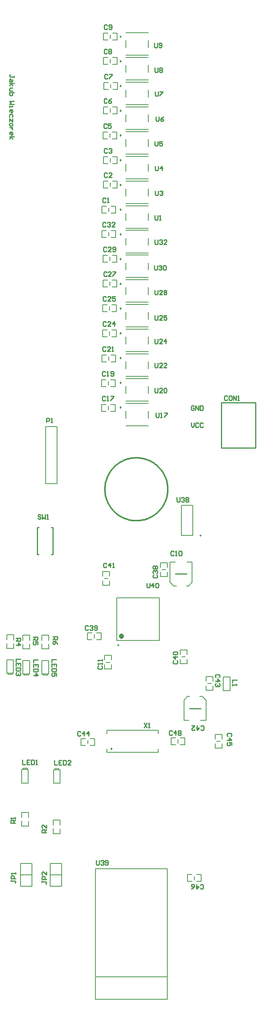
<source format=gto>
G04*
G04 #@! TF.GenerationSoftware,Altium Limited,Altium Designer,18.0.12 (696)*
G04*
G04 Layer_Color=65535*
%FSLAX25Y25*%
%MOIN*%
G70*
G01*
G75*
%ADD10C,0.00984*%
%ADD11C,0.02362*%
%ADD12C,0.01181*%
%ADD13C,0.01000*%
%ADD14C,0.00800*%
%ADD15C,0.00600*%
%ADD16C,0.00787*%
D10*
X1331004Y1063189D02*
X1330266Y1063615D01*
Y1062763D01*
X1331004Y1063189D01*
X1258957Y967126D02*
X1258218Y967552D01*
Y966700D01*
X1258957Y967126D01*
X1252858Y876370D02*
X1252120Y876796D01*
Y875944D01*
X1252858Y876370D01*
X1260925Y1326968D02*
X1260187Y1327395D01*
Y1326542D01*
X1260925Y1326968D01*
Y1305315D02*
X1260187Y1305741D01*
Y1304889D01*
X1260925Y1305315D01*
Y1283661D02*
X1260187Y1284088D01*
Y1283235D01*
X1260925Y1283661D01*
Y1262008D02*
X1260187Y1262434D01*
Y1261582D01*
X1260925Y1262008D01*
Y1240354D02*
X1260187Y1240781D01*
Y1239928D01*
X1260925Y1240354D01*
Y1218701D02*
X1260187Y1219127D01*
Y1218275D01*
X1260925Y1218701D01*
Y1197047D02*
X1260187Y1197473D01*
Y1196621D01*
X1260925Y1197047D01*
Y1175394D02*
X1260187Y1175820D01*
Y1174967D01*
X1260925Y1175394D01*
Y1348622D02*
X1260187Y1349048D01*
Y1348196D01*
X1260925Y1348622D01*
Y1500197D02*
X1260187Y1500623D01*
Y1499771D01*
X1260925Y1500197D01*
Y1478543D02*
X1260187Y1478969D01*
Y1478117D01*
X1260925Y1478543D01*
Y1456890D02*
X1260187Y1457316D01*
Y1456464D01*
X1260925Y1456890D01*
Y1435236D02*
X1260187Y1435662D01*
Y1434810D01*
X1260925Y1435236D01*
Y1413583D02*
X1260187Y1414009D01*
Y1413157D01*
X1260925Y1413583D01*
Y1391929D02*
X1260187Y1392355D01*
Y1391503D01*
X1260925Y1391929D01*
Y1370276D02*
X1260187Y1370702D01*
Y1369849D01*
X1260925Y1370276D01*
D11*
X1262402Y975000D02*
X1261957Y975923D01*
X1260958Y976151D01*
X1260156Y975513D01*
Y974488D01*
X1260958Y973849D01*
X1261957Y974077D01*
X1262402Y975000D01*
D12*
X1301968Y1103543D02*
X1301950Y1104544D01*
X1301896Y1105543D01*
X1301805Y1106540D01*
X1301678Y1107533D01*
X1301515Y1108520D01*
X1301317Y1109501D01*
X1301083Y1110474D01*
X1300813Y1111438D01*
X1300509Y1112392D01*
X1300171Y1113334D01*
X1299798Y1114263D01*
X1299392Y1115178D01*
X1298953Y1116077D01*
X1298482Y1116960D01*
X1297979Y1117825D01*
X1297445Y1118672D01*
X1296880Y1119498D01*
X1296286Y1120304D01*
X1295663Y1121087D01*
X1295012Y1121847D01*
X1294334Y1122583D01*
X1293629Y1123294D01*
X1292900Y1123979D01*
X1292145Y1124637D01*
X1291368Y1125267D01*
X1290568Y1125868D01*
X1289746Y1126440D01*
X1288905Y1126982D01*
X1288044Y1127493D01*
X1287166Y1127972D01*
X1286270Y1128419D01*
X1285359Y1128834D01*
X1284433Y1129215D01*
X1283495Y1129562D01*
X1282544Y1129875D01*
X1281583Y1130153D01*
X1280612Y1130395D01*
X1279632Y1130603D01*
X1278646Y1130775D01*
X1277655Y1130911D01*
X1276659Y1131010D01*
X1275660Y1131074D01*
X1274660Y1131101D01*
X1273659Y1131092D01*
X1272659Y1131047D01*
X1271661Y1130965D01*
X1270668Y1130847D01*
X1269679Y1130693D01*
X1268696Y1130504D01*
X1267721Y1130278D01*
X1266754Y1130018D01*
X1265798Y1129722D01*
X1264853Y1129393D01*
X1263921Y1129028D01*
X1263002Y1128631D01*
X1262099Y1128200D01*
X1261212Y1127737D01*
X1260342Y1127242D01*
X1259491Y1126715D01*
X1258659Y1126158D01*
X1257848Y1125571D01*
X1257059Y1124955D01*
X1256293Y1124311D01*
X1255551Y1123640D01*
X1254834Y1122942D01*
X1254142Y1122218D01*
X1253478Y1121470D01*
X1252841Y1120698D01*
X1252232Y1119904D01*
X1251653Y1119088D01*
X1251103Y1118251D01*
X1250584Y1117395D01*
X1250097Y1116521D01*
X1249642Y1115629D01*
X1249220Y1114722D01*
X1248830Y1113800D01*
X1248475Y1112864D01*
X1248153Y1111917D01*
X1247867Y1110958D01*
X1247615Y1109989D01*
X1247398Y1109012D01*
X1247218Y1108027D01*
X1247073Y1107037D01*
X1246964Y1106042D01*
X1246891Y1105044D01*
X1246855Y1104044D01*
X1246855Y1103043D01*
X1246891Y1102043D01*
X1246964Y1101044D01*
X1247073Y1100050D01*
X1247218Y1099059D01*
X1247398Y1098075D01*
X1247615Y1097098D01*
X1247867Y1096129D01*
X1248153Y1095170D01*
X1248475Y1094222D01*
X1248830Y1093287D01*
X1249219Y1092365D01*
X1249642Y1091457D01*
X1250097Y1090566D01*
X1250584Y1089692D01*
X1251103Y1088836D01*
X1251652Y1087999D01*
X1252232Y1087183D01*
X1252841Y1086389D01*
X1253478Y1085617D01*
X1254142Y1084869D01*
X1254834Y1084145D01*
X1255551Y1083447D01*
X1256293Y1082775D01*
X1257059Y1082131D01*
X1257848Y1081515D01*
X1258659Y1080929D01*
X1259491Y1080372D01*
X1260342Y1079845D01*
X1261212Y1079350D01*
X1262099Y1078887D01*
X1263002Y1078456D01*
X1263921Y1078058D01*
X1264853Y1077694D01*
X1265798Y1077364D01*
X1266754Y1077069D01*
X1267721Y1076808D01*
X1268696Y1076583D01*
X1269678Y1076393D01*
X1270667Y1076239D01*
X1271661Y1076122D01*
X1272659Y1076040D01*
X1273659Y1075994D01*
X1274660Y1075985D01*
X1275660Y1076013D01*
X1276659Y1076076D01*
X1277655Y1076176D01*
X1278646Y1076312D01*
X1279632Y1076484D01*
X1280611Y1076691D01*
X1281582Y1076934D01*
X1282544Y1077212D01*
X1283495Y1077525D01*
X1284433Y1077872D01*
X1285359Y1078253D01*
X1286270Y1078667D01*
X1287166Y1079114D01*
X1288044Y1079593D01*
X1288905Y1080104D01*
X1289746Y1080646D01*
X1290568Y1081218D01*
X1291368Y1081820D01*
X1292145Y1082450D01*
X1292900Y1083108D01*
X1293629Y1083792D01*
X1294334Y1084503D01*
X1295012Y1085239D01*
X1295663Y1086000D01*
X1296286Y1086783D01*
X1296880Y1087588D01*
X1297445Y1088415D01*
X1297979Y1089261D01*
X1298482Y1090126D01*
X1298953Y1091009D01*
X1299392Y1091909D01*
X1299798Y1092824D01*
X1300171Y1093753D01*
X1300509Y1094695D01*
X1300813Y1095648D01*
X1301083Y1096612D01*
X1301317Y1097585D01*
X1301515Y1098566D01*
X1301678Y1099554D01*
X1301805Y1100546D01*
X1301896Y1101543D01*
X1301950Y1102543D01*
X1301968Y1103543D01*
D13*
X1378740Y1139772D02*
Y1179528D01*
X1348819Y1139772D02*
X1378740D01*
X1348819D02*
Y1179528D01*
X1378740D01*
X1308457Y1029528D02*
X1318457D01*
X1320913Y911417D02*
X1330913D01*
X1187598Y1046457D02*
Y1070079D01*
X1188976D01*
X1187598Y1046457D02*
X1188976D01*
X1201378D02*
Y1070079D01*
X1200000Y1046457D02*
X1201378D01*
X1200000Y1070079D02*
X1201378D01*
X1167322Y1464305D02*
Y1465617D01*
Y1464961D01*
X1164042D01*
X1163386Y1465617D01*
Y1466273D01*
X1164042Y1466929D01*
X1166010Y1462337D02*
Y1461026D01*
X1165354Y1460370D01*
X1163386D01*
Y1462337D01*
X1164042Y1462993D01*
X1164698Y1462337D01*
Y1460370D01*
X1163386Y1459058D02*
X1167322D01*
X1164698D02*
X1166010Y1457090D01*
X1164698Y1459058D02*
X1163386Y1457090D01*
X1166010Y1455122D02*
X1164042D01*
X1163386Y1454466D01*
Y1452498D01*
X1166010D01*
X1167322Y1451186D02*
X1163386D01*
Y1449218D01*
X1164042Y1448562D01*
X1164698D01*
X1165354D01*
X1166010Y1449218D01*
Y1451186D01*
X1167322Y1443315D02*
X1163386D01*
X1164698Y1442003D01*
X1163386Y1440691D01*
X1167322D01*
X1163386Y1439379D02*
Y1438067D01*
Y1438723D01*
X1166010D01*
Y1439379D01*
X1163386Y1434131D02*
Y1435443D01*
X1164042Y1436099D01*
X1165354D01*
X1166010Y1435443D01*
Y1434131D01*
X1165354Y1433475D01*
X1164698D01*
Y1436099D01*
X1166010Y1429540D02*
Y1431508D01*
X1165354Y1432164D01*
X1164042D01*
X1163386Y1431508D01*
Y1429540D01*
X1166010Y1428228D02*
Y1425604D01*
X1163386Y1428228D01*
Y1425604D01*
Y1423636D02*
Y1422324D01*
X1164042Y1421668D01*
X1165354D01*
X1166010Y1422324D01*
Y1423636D01*
X1165354Y1424292D01*
X1164042D01*
X1163386Y1423636D01*
X1166010Y1420356D02*
X1163386D01*
X1164698D01*
X1165354Y1419700D01*
X1166010Y1419044D01*
Y1418388D01*
X1163386Y1414453D02*
Y1415765D01*
X1164042Y1416421D01*
X1165354D01*
X1166010Y1415765D01*
Y1414453D01*
X1165354Y1413797D01*
X1164698D01*
Y1416421D01*
X1163386Y1412485D02*
X1167322D01*
X1164698D02*
X1166010Y1410517D01*
X1164698Y1412485D02*
X1163386Y1410517D01*
X1322441Y1161810D02*
Y1159186D01*
X1323753Y1157874D01*
X1325065Y1159186D01*
Y1161810D01*
X1329000Y1161154D02*
X1328345Y1161810D01*
X1327033D01*
X1326377Y1161154D01*
Y1158530D01*
X1327033Y1157874D01*
X1328345D01*
X1329000Y1158530D01*
X1332936Y1161154D02*
X1332280Y1161810D01*
X1330968D01*
X1330312Y1161154D01*
Y1158530D01*
X1330968Y1157874D01*
X1332280D01*
X1332936Y1158530D01*
X1325065Y1176114D02*
X1324409Y1176770D01*
X1323097D01*
X1322441Y1176114D01*
Y1173491D01*
X1323097Y1172835D01*
X1324409D01*
X1325065Y1173491D01*
Y1174802D01*
X1323753D01*
X1326377Y1172835D02*
Y1176770D01*
X1329000Y1172835D01*
Y1176770D01*
X1330312D02*
Y1172835D01*
X1332280D01*
X1332936Y1173491D01*
Y1176114D01*
X1332280Y1176770D01*
X1330312D01*
X1354199Y1184776D02*
X1353543Y1185432D01*
X1352231D01*
X1351575Y1184776D01*
Y1182152D01*
X1352231Y1181496D01*
X1353543D01*
X1354199Y1182152D01*
X1357478Y1185432D02*
X1356166D01*
X1355511Y1184776D01*
Y1182152D01*
X1356166Y1181496D01*
X1357478D01*
X1358134Y1182152D01*
Y1184776D01*
X1357478Y1185432D01*
X1359446Y1181496D02*
Y1185432D01*
X1362070Y1181496D01*
Y1185432D01*
X1363382Y1181496D02*
X1364694D01*
X1364038D01*
Y1185432D01*
X1363382Y1184776D01*
X1201181Y974409D02*
X1205117D01*
Y972442D01*
X1204461Y971786D01*
X1203149D01*
X1202493Y972442D01*
Y974409D01*
Y973098D02*
X1201181Y971786D01*
X1205117Y967850D02*
X1204461Y969162D01*
X1203149Y970474D01*
X1201837D01*
X1201181Y969818D01*
Y968506D01*
X1201837Y967850D01*
X1202493D01*
X1203149Y968506D01*
Y970474D01*
X1183858Y973976D02*
X1187794D01*
Y972009D01*
X1187138Y971352D01*
X1185826D01*
X1185170Y972009D01*
Y973976D01*
Y972665D02*
X1183858Y971352D01*
X1187794Y967417D02*
Y970041D01*
X1185826D01*
X1186482Y968729D01*
Y968073D01*
X1185826Y967417D01*
X1184514D01*
X1183858Y968073D01*
Y969385D01*
X1184514Y970041D01*
X1168898Y973189D02*
X1172833D01*
Y971221D01*
X1172177Y970565D01*
X1170866D01*
X1170210Y971221D01*
Y973189D01*
Y971877D02*
X1168898Y970565D01*
Y967285D02*
X1172833D01*
X1170866Y969253D01*
Y966629D01*
X1204329Y954331D02*
X1200394D01*
Y951707D01*
X1204329Y947771D02*
Y950395D01*
X1200394D01*
Y947771D01*
X1202362Y950395D02*
Y949083D01*
X1204329Y946459D02*
X1200394D01*
Y944491D01*
X1201050Y943835D01*
X1203673D01*
X1204329Y944491D01*
Y946459D01*
Y939900D02*
Y942523D01*
X1202362D01*
X1203018Y941212D01*
Y940556D01*
X1202362Y939900D01*
X1201050D01*
X1200394Y940556D01*
Y941868D01*
X1201050Y942523D01*
X1188188Y954134D02*
X1184252D01*
Y951510D01*
X1188188Y947574D02*
Y950198D01*
X1184252D01*
Y947574D01*
X1186220Y950198D02*
Y948886D01*
X1188188Y946262D02*
X1184252D01*
Y944294D01*
X1184908Y943639D01*
X1187532D01*
X1188188Y944294D01*
Y946262D01*
X1184252Y940359D02*
X1188188D01*
X1186220Y942327D01*
Y939703D01*
X1172833Y954921D02*
X1168898D01*
Y952297D01*
X1172833Y948362D02*
Y950986D01*
X1168898D01*
Y948362D01*
X1170866Y950986D02*
Y949674D01*
X1172833Y947050D02*
X1168898D01*
Y945082D01*
X1169554Y944426D01*
X1172177D01*
X1172833Y945082D01*
Y947050D01*
X1172177Y943114D02*
X1172833Y942458D01*
Y941146D01*
X1172177Y940490D01*
X1171521D01*
X1170866Y941146D01*
Y941802D01*
Y941146D01*
X1170210Y940490D01*
X1169554D01*
X1168898Y941146D01*
Y942458D01*
X1169554Y943114D01*
X1241208Y948687D02*
X1240553Y948031D01*
Y946719D01*
X1241208Y946063D01*
X1243832D01*
X1244488Y946719D01*
Y948031D01*
X1243832Y948687D01*
X1244488Y949999D02*
Y951311D01*
Y950655D01*
X1240553D01*
X1241208Y949999D01*
X1244488Y953279D02*
Y954590D01*
Y953934D01*
X1240553D01*
X1241208Y953279D01*
X1307124Y1048780D02*
X1306468Y1049436D01*
X1305156D01*
X1304500Y1048780D01*
Y1046156D01*
X1305156Y1045500D01*
X1306468D01*
X1307124Y1046156D01*
X1308436Y1045500D02*
X1309748D01*
X1309092D01*
Y1049436D01*
X1308436Y1048780D01*
X1311716D02*
X1312372Y1049436D01*
X1313683D01*
X1314339Y1048780D01*
Y1046156D01*
X1313683Y1045500D01*
X1312372D01*
X1311716Y1046156D01*
Y1048780D01*
X1283465Y1021259D02*
Y1017979D01*
X1284120Y1017323D01*
X1285432D01*
X1286088Y1017979D01*
Y1021259D01*
X1289368Y1017323D02*
Y1021259D01*
X1287400Y1019291D01*
X1290024D01*
X1291336Y1020603D02*
X1291992Y1021259D01*
X1293304D01*
X1293960Y1020603D01*
Y1017979D01*
X1293304Y1017323D01*
X1291992D01*
X1291336Y1017979D01*
Y1020603D01*
X1362597Y936614D02*
X1358661D01*
Y933990D01*
Y932678D02*
Y931367D01*
Y932022D01*
X1362597D01*
X1361941Y932678D01*
X1281102Y898818D02*
X1283726Y894882D01*
Y898818D02*
X1281102Y894882D01*
X1285038D02*
X1286350D01*
X1285694D01*
Y898818D01*
X1285038Y898162D01*
X1239200Y778436D02*
Y775156D01*
X1239856Y774500D01*
X1241168D01*
X1241824Y775156D01*
Y778436D01*
X1243136Y777780D02*
X1243792Y778436D01*
X1245104D01*
X1245759Y777780D01*
Y777124D01*
X1245104Y776468D01*
X1244448D01*
X1245104D01*
X1245759Y775812D01*
Y775156D01*
X1245104Y774500D01*
X1243792D01*
X1243136Y775156D01*
X1247071D02*
X1247727Y774500D01*
X1249039D01*
X1249695Y775156D01*
Y777780D01*
X1249039Y778436D01*
X1247727D01*
X1247071Y777780D01*
Y777124D01*
X1247727Y776468D01*
X1249695D01*
X1309842Y1096455D02*
Y1093176D01*
X1310499Y1092520D01*
X1311810D01*
X1312466Y1093176D01*
Y1096455D01*
X1313778Y1095800D02*
X1314434Y1096455D01*
X1315746D01*
X1316402Y1095800D01*
Y1095144D01*
X1315746Y1094488D01*
X1315090D01*
X1315746D01*
X1316402Y1093832D01*
Y1093176D01*
X1315746Y1092520D01*
X1314434D01*
X1313778Y1093176D01*
X1317714Y1095800D02*
X1318370Y1096455D01*
X1319682D01*
X1320338Y1095800D01*
Y1095144D01*
X1319682Y1094488D01*
X1320338Y1093832D01*
Y1093176D01*
X1319682Y1092520D01*
X1318370D01*
X1317714Y1093176D01*
Y1093832D01*
X1318370Y1094488D01*
X1317714Y1095144D01*
Y1095800D01*
X1318370Y1094488D02*
X1319682D01*
X1290551Y1322046D02*
Y1318766D01*
X1291207Y1318110D01*
X1292519D01*
X1293175Y1318766D01*
Y1322046D01*
X1294487Y1321390D02*
X1295143Y1322046D01*
X1296455D01*
X1297111Y1321390D01*
Y1320734D01*
X1296455Y1320078D01*
X1295799D01*
X1296455D01*
X1297111Y1319422D01*
Y1318766D01*
X1296455Y1318110D01*
X1295143D01*
X1294487Y1318766D01*
X1301046Y1318110D02*
X1298423D01*
X1301046Y1320734D01*
Y1321390D01*
X1300391Y1322046D01*
X1299079D01*
X1298423Y1321390D01*
X1290158Y1299605D02*
Y1296325D01*
X1290813Y1295669D01*
X1292125D01*
X1292781Y1296325D01*
Y1299605D01*
X1294093Y1298949D02*
X1294749Y1299605D01*
X1296061D01*
X1296717Y1298949D01*
Y1298293D01*
X1296061Y1297637D01*
X1295405D01*
X1296061D01*
X1296717Y1296981D01*
Y1296325D01*
X1296061Y1295669D01*
X1294749D01*
X1294093Y1296325D01*
X1298029Y1298949D02*
X1298685Y1299605D01*
X1299997D01*
X1300653Y1298949D01*
Y1296325D01*
X1299997Y1295669D01*
X1298685D01*
X1298029Y1296325D01*
Y1298949D01*
X1290551Y1277952D02*
Y1274672D01*
X1291207Y1274016D01*
X1292519D01*
X1293175Y1274672D01*
Y1277952D01*
X1297111Y1274016D02*
X1294487D01*
X1297111Y1276640D01*
Y1277295D01*
X1296455Y1277952D01*
X1295143D01*
X1294487Y1277295D01*
X1298423D02*
X1299079Y1277952D01*
X1300391D01*
X1301046Y1277295D01*
Y1276640D01*
X1300391Y1275984D01*
X1301046Y1275328D01*
Y1274672D01*
X1300391Y1274016D01*
X1299079D01*
X1298423Y1274672D01*
Y1275328D01*
X1299079Y1275984D01*
X1298423Y1276640D01*
Y1277295D01*
X1299079Y1275984D02*
X1300391D01*
X1290551Y1255904D02*
Y1252625D01*
X1291207Y1251968D01*
X1292519D01*
X1293175Y1252625D01*
Y1255904D01*
X1297111Y1251968D02*
X1294487D01*
X1297111Y1254592D01*
Y1255248D01*
X1296455Y1255904D01*
X1295143D01*
X1294487Y1255248D01*
X1301046Y1255904D02*
X1298423D01*
Y1253936D01*
X1299734Y1254592D01*
X1300391D01*
X1301046Y1253936D01*
Y1252625D01*
X1300391Y1251968D01*
X1299079D01*
X1298423Y1252625D01*
X1290551Y1235038D02*
Y1231758D01*
X1291207Y1231102D01*
X1292519D01*
X1293175Y1231758D01*
Y1235038D01*
X1297111Y1231102D02*
X1294487D01*
X1297111Y1233726D01*
Y1234382D01*
X1296455Y1235038D01*
X1295143D01*
X1294487Y1234382D01*
X1300391Y1231102D02*
Y1235038D01*
X1298423Y1233070D01*
X1301046D01*
X1290551Y1214172D02*
Y1210892D01*
X1291207Y1210236D01*
X1292519D01*
X1293175Y1210892D01*
Y1214172D01*
X1297111Y1210236D02*
X1294487D01*
X1297111Y1212860D01*
Y1213516D01*
X1296455Y1214172D01*
X1295143D01*
X1294487Y1213516D01*
X1301046Y1210236D02*
X1298423D01*
X1301046Y1212860D01*
Y1213516D01*
X1300391Y1214172D01*
X1299079D01*
X1298423Y1213516D01*
X1290551Y1192125D02*
Y1188845D01*
X1291207Y1188189D01*
X1292519D01*
X1293175Y1188845D01*
Y1192125D01*
X1297111Y1188189D02*
X1294487D01*
X1297111Y1190813D01*
Y1191469D01*
X1296455Y1192125D01*
X1295143D01*
X1294487Y1191469D01*
X1298423D02*
X1299079Y1192125D01*
X1300391D01*
X1301046Y1191469D01*
Y1188845D01*
X1300391Y1188189D01*
X1299079D01*
X1298423Y1188845D01*
Y1191469D01*
X1291732Y1170471D02*
Y1167191D01*
X1292388Y1166535D01*
X1293700D01*
X1294356Y1167191D01*
Y1170471D01*
X1295668Y1166535D02*
X1296980D01*
X1296324D01*
Y1170471D01*
X1295668Y1169815D01*
X1298948Y1170471D02*
X1301572D01*
Y1169815D01*
X1298948Y1167191D01*
Y1166535D01*
X1290158Y1494487D02*
Y1491207D01*
X1290813Y1490551D01*
X1292125D01*
X1292781Y1491207D01*
Y1494487D01*
X1294093Y1491207D02*
X1294749Y1490551D01*
X1296061D01*
X1296717Y1491207D01*
Y1493831D01*
X1296061Y1494487D01*
X1294749D01*
X1294093Y1493831D01*
Y1493175D01*
X1294749Y1492519D01*
X1296717D01*
X1290551Y1472833D02*
Y1469554D01*
X1291207Y1468898D01*
X1292519D01*
X1293175Y1469554D01*
Y1472833D01*
X1294487Y1472177D02*
X1295143Y1472833D01*
X1296455D01*
X1297111Y1472177D01*
Y1471521D01*
X1296455Y1470866D01*
X1297111Y1470210D01*
Y1469554D01*
X1296455Y1468898D01*
X1295143D01*
X1294487Y1469554D01*
Y1470210D01*
X1295143Y1470866D01*
X1294487Y1471521D01*
Y1472177D01*
X1295143Y1470866D02*
X1296455D01*
X1290945Y1451967D02*
Y1448687D01*
X1291601Y1448032D01*
X1292913D01*
X1293569Y1448687D01*
Y1451967D01*
X1294881D02*
X1297504D01*
Y1451311D01*
X1294881Y1448687D01*
Y1448032D01*
X1291732Y1429920D02*
Y1426640D01*
X1292388Y1425984D01*
X1293700D01*
X1294356Y1426640D01*
Y1429920D01*
X1298292D02*
X1296980Y1429264D01*
X1295668Y1427952D01*
Y1426640D01*
X1296324Y1425984D01*
X1297636D01*
X1298292Y1426640D01*
Y1427296D01*
X1297636Y1427952D01*
X1295668D01*
X1290551Y1408266D02*
Y1404987D01*
X1291207Y1404331D01*
X1292519D01*
X1293175Y1404987D01*
Y1408266D01*
X1297111D02*
X1294487D01*
Y1406299D01*
X1295799Y1406954D01*
X1296455D01*
X1297111Y1406299D01*
Y1404987D01*
X1296455Y1404331D01*
X1295143D01*
X1294487Y1404987D01*
X1290945Y1386613D02*
Y1383333D01*
X1291601Y1382677D01*
X1292913D01*
X1293569Y1383333D01*
Y1386613D01*
X1296848Y1382677D02*
Y1386613D01*
X1294881Y1384645D01*
X1297504D01*
X1290945Y1364959D02*
Y1361680D01*
X1291601Y1361024D01*
X1292913D01*
X1293569Y1361680D01*
Y1364959D01*
X1294881Y1364303D02*
X1295537Y1364959D01*
X1296848D01*
X1297504Y1364303D01*
Y1363647D01*
X1296848Y1362992D01*
X1296192D01*
X1296848D01*
X1297504Y1362335D01*
Y1361680D01*
X1296848Y1361024D01*
X1295537D01*
X1294881Y1361680D01*
X1290551Y1343306D02*
Y1340026D01*
X1291207Y1339370D01*
X1292519D01*
X1293175Y1340026D01*
Y1343306D01*
X1294487Y1339370D02*
X1295799D01*
X1295143D01*
Y1343306D01*
X1294487Y1342650D01*
X1190724Y1080680D02*
X1190068Y1081336D01*
X1188756D01*
X1188100Y1080680D01*
Y1080024D01*
X1188756Y1079368D01*
X1190068D01*
X1190724Y1078712D01*
Y1078056D01*
X1190068Y1077400D01*
X1188756D01*
X1188100Y1078056D01*
X1192036Y1081336D02*
Y1077400D01*
X1193348Y1078712D01*
X1194660Y1077400D01*
Y1081336D01*
X1195971Y1077400D02*
X1197283D01*
X1196627D01*
Y1081336D01*
X1195971Y1080680D01*
X1195669Y802756D02*
X1191734D01*
Y804724D01*
X1192389Y805380D01*
X1193701D01*
X1194357Y804724D01*
Y802756D01*
Y804068D02*
X1195669Y805380D01*
Y809315D02*
Y806692D01*
X1193046Y809315D01*
X1192389D01*
X1191734Y808659D01*
Y807348D01*
X1192389Y806692D01*
X1168110Y811024D02*
X1164174D01*
Y812992D01*
X1164830Y813647D01*
X1166142D01*
X1166798Y812992D01*
Y811024D01*
Y812335D02*
X1168110Y813647D01*
Y814959D02*
Y816271D01*
Y815615D01*
X1164174D01*
X1164830Y814959D01*
X1195600Y1162000D02*
Y1165936D01*
X1197568D01*
X1198224Y1165280D01*
Y1163968D01*
X1197568Y1163312D01*
X1195600D01*
X1199536Y1162000D02*
X1200848D01*
X1200192D01*
Y1165936D01*
X1199536Y1165280D01*
X1202500Y866136D02*
Y862200D01*
X1205124D01*
X1209060Y866136D02*
X1206436D01*
Y862200D01*
X1209060D01*
X1206436Y864168D02*
X1207748D01*
X1210371Y866136D02*
Y862200D01*
X1212339D01*
X1212995Y862856D01*
Y865480D01*
X1212339Y866136D01*
X1210371D01*
X1216931Y862200D02*
X1214307D01*
X1216931Y864824D01*
Y865480D01*
X1216275Y866136D01*
X1214963D01*
X1214307Y865480D01*
X1174500Y866336D02*
Y862400D01*
X1177124D01*
X1181059Y866336D02*
X1178436D01*
Y862400D01*
X1181059D01*
X1178436Y864368D02*
X1179748D01*
X1182372Y866336D02*
Y862400D01*
X1184339D01*
X1184995Y863056D01*
Y865680D01*
X1184339Y866336D01*
X1182372D01*
X1186307Y862400D02*
X1187619D01*
X1186963D01*
Y866336D01*
X1186307Y865680D01*
X1191734Y760498D02*
Y759186D01*
Y759842D01*
X1195013D01*
X1195669Y759186D01*
Y758530D01*
X1195013Y757874D01*
X1195669Y761810D02*
X1191734D01*
Y763778D01*
X1192389Y764434D01*
X1193701D01*
X1194357Y763778D01*
Y761810D01*
X1195669Y768369D02*
Y765745D01*
X1193046Y768369D01*
X1192389D01*
X1191734Y767713D01*
Y766401D01*
X1192389Y765745D01*
X1164568Y761285D02*
Y759973D01*
Y760629D01*
X1167848D01*
X1168504Y759973D01*
Y759317D01*
X1167848Y758661D01*
X1168504Y762597D02*
X1164568D01*
Y764565D01*
X1165224Y765221D01*
X1166536D01*
X1167192Y764565D01*
Y762597D01*
X1168504Y766533D02*
Y767845D01*
Y767189D01*
X1164568D01*
X1165224Y766533D01*
X1225459Y890681D02*
X1224802Y891337D01*
X1223491D01*
X1222835Y890681D01*
Y888058D01*
X1223491Y887402D01*
X1224802D01*
X1225459Y888058D01*
X1228738Y887402D02*
Y891337D01*
X1226770Y889369D01*
X1229394D01*
X1232674Y887402D02*
Y891337D01*
X1230706Y889369D01*
X1233330D01*
X1305773Y891469D02*
X1305118Y892125D01*
X1303806D01*
X1303150Y891469D01*
Y888845D01*
X1303806Y888189D01*
X1305118D01*
X1305773Y888845D01*
X1309053Y888189D02*
Y892125D01*
X1307085Y890157D01*
X1309709D01*
X1311021Y891469D02*
X1311677Y892125D01*
X1312989D01*
X1313645Y891469D01*
Y890813D01*
X1312989Y890157D01*
X1313645Y889501D01*
Y888845D01*
X1312989Y888189D01*
X1311677D01*
X1311021Y888845D01*
Y889501D01*
X1311677Y890157D01*
X1311021Y890813D01*
Y891469D01*
X1311677Y890157D02*
X1312989D01*
X1330447Y754201D02*
X1331103Y753545D01*
X1332415D01*
X1333071Y754201D01*
Y756824D01*
X1332415Y757480D01*
X1331103D01*
X1330447Y756824D01*
X1327167Y757480D02*
Y753545D01*
X1329135Y755513D01*
X1326511D01*
X1322576Y753545D02*
X1323888Y754201D01*
X1325199Y755513D01*
Y756824D01*
X1324543Y757480D01*
X1323232D01*
X1322576Y756824D01*
Y756168D01*
X1323232Y755513D01*
X1325199D01*
X1357217Y887140D02*
X1357873Y887796D01*
Y889108D01*
X1357217Y889764D01*
X1354593D01*
X1353937Y889108D01*
Y887796D01*
X1354593Y887140D01*
X1353937Y883860D02*
X1357873D01*
X1355905Y885828D01*
Y883204D01*
X1357873Y879268D02*
Y881892D01*
X1355905D01*
X1356561Y880580D01*
Y879924D01*
X1355905Y879268D01*
X1354593D01*
X1353937Y879924D01*
Y881236D01*
X1354593Y881892D01*
X1346966Y938675D02*
X1347622Y939331D01*
Y940643D01*
X1346966Y941299D01*
X1344343D01*
X1343687Y940643D01*
Y939331D01*
X1344343Y938675D01*
X1343687Y935396D02*
X1347622D01*
X1345654Y937364D01*
Y934740D01*
X1346966Y933428D02*
X1347622Y932772D01*
Y931460D01*
X1346966Y930804D01*
X1346310D01*
X1345654Y931460D01*
Y932116D01*
Y931460D01*
X1344998Y930804D01*
X1344343D01*
X1343687Y931460D01*
Y932772D01*
X1344343Y933428D01*
X1330841Y893177D02*
X1331497Y892521D01*
X1332809D01*
X1333465Y893177D01*
Y895801D01*
X1332809Y896457D01*
X1331497D01*
X1330841Y895801D01*
X1327561Y896457D02*
Y892521D01*
X1329529Y894489D01*
X1326905D01*
X1322969Y896457D02*
X1325593D01*
X1322969Y893833D01*
Y893177D01*
X1323625Y892521D01*
X1324937D01*
X1325593Y893177D01*
X1248224Y1038280D02*
X1247568Y1038936D01*
X1246256D01*
X1245600Y1038280D01*
Y1035656D01*
X1246256Y1035000D01*
X1247568D01*
X1248224Y1035656D01*
X1251504Y1035000D02*
Y1038936D01*
X1249536Y1036968D01*
X1252160D01*
X1253471Y1035000D02*
X1254783D01*
X1254127D01*
Y1038936D01*
X1253471Y1038280D01*
X1307350Y953411D02*
X1306694Y952755D01*
Y951443D01*
X1307350Y950787D01*
X1309974D01*
X1310630Y951443D01*
Y952755D01*
X1309974Y953411D01*
X1310630Y956691D02*
X1306694D01*
X1308662Y954723D01*
Y957347D01*
X1307350Y958659D02*
X1306694Y959315D01*
Y960627D01*
X1307350Y961283D01*
X1309974D01*
X1310630Y960627D01*
Y959315D01*
X1309974Y958659D01*
X1307350D01*
X1232191Y983581D02*
X1231535Y984237D01*
X1230223D01*
X1229567Y983581D01*
Y980957D01*
X1230223Y980301D01*
X1231535D01*
X1232191Y980957D01*
X1233503Y983581D02*
X1234159Y984237D01*
X1235470D01*
X1236127Y983581D01*
Y982925D01*
X1235470Y982269D01*
X1234815D01*
X1235470D01*
X1236127Y981613D01*
Y980957D01*
X1235470Y980301D01*
X1234159D01*
X1233503Y980957D01*
X1237438D02*
X1238094Y980301D01*
X1239406D01*
X1240062Y980957D01*
Y983581D01*
X1239406Y984237D01*
X1238094D01*
X1237438Y983581D01*
Y982925D01*
X1238094Y982269D01*
X1240062D01*
X1289634Y1028608D02*
X1288978Y1027952D01*
Y1026640D01*
X1289634Y1025984D01*
X1292257D01*
X1292913Y1026640D01*
Y1027952D01*
X1292257Y1028608D01*
X1289634Y1029920D02*
X1288978Y1030576D01*
Y1031888D01*
X1289634Y1032544D01*
X1290290D01*
X1290946Y1031888D01*
Y1031232D01*
Y1031888D01*
X1291601Y1032544D01*
X1292257D01*
X1292913Y1031888D01*
Y1030576D01*
X1292257Y1029920D01*
X1289634Y1033856D02*
X1288978Y1034512D01*
Y1035824D01*
X1289634Y1036479D01*
X1290290D01*
X1290946Y1035824D01*
X1291601Y1036479D01*
X1292257D01*
X1292913Y1035824D01*
Y1034512D01*
X1292257Y1033856D01*
X1291601D01*
X1290946Y1034512D01*
X1290290Y1033856D01*
X1289634D01*
X1290946Y1034512D02*
Y1035824D01*
X1247624Y1336880D02*
X1246968Y1337536D01*
X1245656D01*
X1245000Y1336880D01*
Y1334256D01*
X1245656Y1333600D01*
X1246968D01*
X1247624Y1334256D01*
X1248936Y1336880D02*
X1249592Y1337536D01*
X1250904D01*
X1251560Y1336880D01*
Y1336224D01*
X1250904Y1335568D01*
X1250248D01*
X1250904D01*
X1251560Y1334912D01*
Y1334256D01*
X1250904Y1333600D01*
X1249592D01*
X1248936Y1334256D01*
X1255495Y1333600D02*
X1252872D01*
X1255495Y1336224D01*
Y1336880D01*
X1254839Y1337536D01*
X1253527D01*
X1252872Y1336880D01*
X1248324Y1315180D02*
X1247668Y1315836D01*
X1246356D01*
X1245700Y1315180D01*
Y1312556D01*
X1246356Y1311900D01*
X1247668D01*
X1248324Y1312556D01*
X1252260Y1311900D02*
X1249636D01*
X1252260Y1314524D01*
Y1315180D01*
X1251604Y1315836D01*
X1250292D01*
X1249636Y1315180D01*
X1253572Y1312556D02*
X1254227Y1311900D01*
X1255539D01*
X1256195Y1312556D01*
Y1315180D01*
X1255539Y1315836D01*
X1254227D01*
X1253572Y1315180D01*
Y1314524D01*
X1254227Y1313868D01*
X1256195D01*
X1248424Y1293580D02*
X1247768Y1294236D01*
X1246456D01*
X1245800Y1293580D01*
Y1290956D01*
X1246456Y1290300D01*
X1247768D01*
X1248424Y1290956D01*
X1252359Y1290300D02*
X1249736D01*
X1252359Y1292924D01*
Y1293580D01*
X1251704Y1294236D01*
X1250392D01*
X1249736Y1293580D01*
X1253671Y1294236D02*
X1256295D01*
Y1293580D01*
X1253671Y1290956D01*
Y1290300D01*
X1248024Y1271880D02*
X1247368Y1272536D01*
X1246056D01*
X1245400Y1271880D01*
Y1269256D01*
X1246056Y1268600D01*
X1247368D01*
X1248024Y1269256D01*
X1251960Y1268600D02*
X1249336D01*
X1251960Y1271224D01*
Y1271880D01*
X1251304Y1272536D01*
X1249992D01*
X1249336Y1271880D01*
X1255895Y1272536D02*
X1253271D01*
Y1270568D01*
X1254583Y1271224D01*
X1255239D01*
X1255895Y1270568D01*
Y1269256D01*
X1255239Y1268600D01*
X1253927D01*
X1253271Y1269256D01*
X1248024Y1249880D02*
X1247368Y1250536D01*
X1246056D01*
X1245400Y1249880D01*
Y1247256D01*
X1246056Y1246600D01*
X1247368D01*
X1248024Y1247256D01*
X1251960Y1246600D02*
X1249336D01*
X1251960Y1249224D01*
Y1249880D01*
X1251304Y1250536D01*
X1249992D01*
X1249336Y1249880D01*
X1255239Y1246600D02*
Y1250536D01*
X1253271Y1248568D01*
X1255895D01*
X1247624Y1227780D02*
X1246968Y1228436D01*
X1245656D01*
X1245000Y1227780D01*
Y1225156D01*
X1245656Y1224500D01*
X1246968D01*
X1247624Y1225156D01*
X1251560Y1224500D02*
X1248936D01*
X1251560Y1227124D01*
Y1227780D01*
X1250904Y1228436D01*
X1249592D01*
X1248936Y1227780D01*
X1252872Y1224500D02*
X1254183D01*
X1253527D01*
Y1228436D01*
X1252872Y1227780D01*
X1247224Y1206180D02*
X1246568Y1206836D01*
X1245256D01*
X1244600Y1206180D01*
Y1203556D01*
X1245256Y1202900D01*
X1246568D01*
X1247224Y1203556D01*
X1248536Y1202900D02*
X1249848D01*
X1249192D01*
Y1206836D01*
X1248536Y1206180D01*
X1251816Y1203556D02*
X1252472Y1202900D01*
X1253783D01*
X1254439Y1203556D01*
Y1206180D01*
X1253783Y1206836D01*
X1252472D01*
X1251816Y1206180D01*
Y1205524D01*
X1252472Y1204868D01*
X1254439D01*
X1247224Y1184480D02*
X1246568Y1185136D01*
X1245256D01*
X1244600Y1184480D01*
Y1181856D01*
X1245256Y1181200D01*
X1246568D01*
X1247224Y1181856D01*
X1248536Y1181200D02*
X1249848D01*
X1249192D01*
Y1185136D01*
X1248536Y1184480D01*
X1251816Y1185136D02*
X1254439D01*
Y1184480D01*
X1251816Y1181856D01*
Y1181200D01*
X1248824Y1509680D02*
X1248168Y1510336D01*
X1246856D01*
X1246200Y1509680D01*
Y1507056D01*
X1246856Y1506400D01*
X1248168D01*
X1248824Y1507056D01*
X1250136D02*
X1250792Y1506400D01*
X1252104D01*
X1252759Y1507056D01*
Y1509680D01*
X1252104Y1510336D01*
X1250792D01*
X1250136Y1509680D01*
Y1509024D01*
X1250792Y1508368D01*
X1252759D01*
X1248724Y1488480D02*
X1248068Y1489136D01*
X1246756D01*
X1246100Y1488480D01*
Y1485856D01*
X1246756Y1485200D01*
X1248068D01*
X1248724Y1485856D01*
X1250036Y1488480D02*
X1250692Y1489136D01*
X1252004D01*
X1252660Y1488480D01*
Y1487824D01*
X1252004Y1487168D01*
X1252660Y1486512D01*
Y1485856D01*
X1252004Y1485200D01*
X1250692D01*
X1250036Y1485856D01*
Y1486512D01*
X1250692Y1487168D01*
X1250036Y1487824D01*
Y1488480D01*
X1250692Y1487168D02*
X1252004D01*
X1249224Y1466380D02*
X1248568Y1467036D01*
X1247256D01*
X1246600Y1466380D01*
Y1463756D01*
X1247256Y1463100D01*
X1248568D01*
X1249224Y1463756D01*
X1250536Y1467036D02*
X1253160D01*
Y1466380D01*
X1250536Y1463756D01*
Y1463100D01*
X1248724Y1445080D02*
X1248068Y1445736D01*
X1246756D01*
X1246100Y1445080D01*
Y1442456D01*
X1246756Y1441800D01*
X1248068D01*
X1248724Y1442456D01*
X1252660Y1445736D02*
X1251348Y1445080D01*
X1250036Y1443768D01*
Y1442456D01*
X1250692Y1441800D01*
X1252004D01*
X1252660Y1442456D01*
Y1443112D01*
X1252004Y1443768D01*
X1250036D01*
X1248424Y1423080D02*
X1247768Y1423736D01*
X1246456D01*
X1245800Y1423080D01*
Y1420456D01*
X1246456Y1419800D01*
X1247768D01*
X1248424Y1420456D01*
X1252359Y1423736D02*
X1249736D01*
Y1421768D01*
X1251048Y1422424D01*
X1251704D01*
X1252359Y1421768D01*
Y1420456D01*
X1251704Y1419800D01*
X1250392D01*
X1249736Y1420456D01*
X1248824Y1401380D02*
X1248168Y1402036D01*
X1246856D01*
X1246200Y1401380D01*
Y1398756D01*
X1246856Y1398100D01*
X1248168D01*
X1248824Y1398756D01*
X1250136Y1401380D02*
X1250792Y1402036D01*
X1252104D01*
X1252759Y1401380D01*
Y1400724D01*
X1252104Y1400068D01*
X1251448D01*
X1252104D01*
X1252759Y1399412D01*
Y1398756D01*
X1252104Y1398100D01*
X1250792D01*
X1250136Y1398756D01*
X1248824Y1380180D02*
X1248168Y1380836D01*
X1246856D01*
X1246200Y1380180D01*
Y1377556D01*
X1246856Y1376900D01*
X1248168D01*
X1248824Y1377556D01*
X1252759Y1376900D02*
X1250136D01*
X1252759Y1379524D01*
Y1380180D01*
X1252104Y1380836D01*
X1250792D01*
X1250136Y1380180D01*
X1247624Y1358080D02*
X1246968Y1358736D01*
X1245656D01*
X1245000Y1358080D01*
Y1355456D01*
X1245656Y1354800D01*
X1246968D01*
X1247624Y1355456D01*
X1248936Y1354800D02*
X1250248D01*
X1249592D01*
Y1358736D01*
X1248936Y1358080D01*
D14*
X1197488Y971185D02*
Y975685D01*
X1191488D02*
X1197488D01*
X1191488Y971285D02*
Y975685D01*
Y963685D02*
Y968085D01*
Y963685D02*
X1197488D01*
Y968193D01*
X1180953Y971146D02*
Y975646D01*
X1174953D02*
X1180953D01*
X1174953Y971246D02*
Y975646D01*
Y963646D02*
Y968046D01*
Y963646D02*
X1180953D01*
Y968153D01*
X1166780Y971539D02*
Y976039D01*
X1160779D02*
X1166780D01*
X1160779Y971639D02*
Y976039D01*
Y964039D02*
Y968439D01*
Y964039D02*
X1166780D01*
Y968547D01*
X1201724Y801874D02*
Y806374D01*
Y801874D02*
X1207724D01*
Y806274D01*
Y809474D02*
Y813874D01*
X1201724D02*
X1207724D01*
X1201724Y809366D02*
Y813874D01*
X1173772Y808567D02*
Y813067D01*
Y808567D02*
X1179772D01*
Y812967D01*
Y816167D02*
Y820567D01*
X1173772D02*
X1179772D01*
X1173772Y816059D02*
Y820567D01*
X1349457Y884677D02*
Y888677D01*
X1343457D02*
X1349457D01*
X1343457Y884677D02*
Y888677D01*
X1349457Y876677D02*
Y880677D01*
X1343457Y876677D02*
X1349457D01*
X1343457D02*
Y880677D01*
X1344828Y882677D02*
X1348057D01*
X1327236Y759978D02*
X1331236D01*
Y765978D01*
X1327236D02*
X1331236D01*
X1319236Y759978D02*
X1323236D01*
X1319236D02*
Y765978D01*
X1323236D01*
X1325236Y761378D02*
Y764606D01*
X1247978Y951968D02*
X1251206D01*
X1246606Y945969D02*
Y949969D01*
Y945969D02*
X1252606D01*
Y949969D01*
X1246606Y953969D02*
Y957969D01*
X1252606D01*
Y953969D02*
Y957969D01*
X1341583Y935465D02*
Y939465D01*
X1335583D02*
X1341583D01*
X1335583Y935465D02*
Y939465D01*
X1341583Y927465D02*
Y931465D01*
X1335583Y927465D02*
X1341583D01*
X1335583D02*
Y931465D01*
X1336954Y933465D02*
X1340183D01*
X1318748Y958693D02*
Y962693D01*
X1312748D02*
X1318748D01*
X1312748Y958693D02*
Y962693D01*
X1318748Y950693D02*
Y954693D01*
X1312748Y950693D02*
X1318748D01*
X1312748D02*
Y954693D01*
X1314120Y956693D02*
X1317348D01*
X1237441Y973189D02*
Y976417D01*
X1231441Y977789D02*
X1235441D01*
X1231441Y971789D02*
Y977789D01*
Y971789D02*
X1235441D01*
X1239441Y977789D02*
X1243441D01*
Y971789D02*
Y977789D01*
X1239441Y971789D02*
X1243441D01*
X1245614Y1503014D02*
X1249614D01*
X1245614Y1497014D02*
Y1503014D01*
Y1497014D02*
X1249614D01*
X1253614Y1503014D02*
X1257614D01*
Y1497014D02*
Y1503014D01*
X1253614Y1497014D02*
X1257614D01*
X1251614Y1498386D02*
Y1501614D01*
X1313024Y879677D02*
X1317024D01*
Y885677D01*
X1313024D02*
X1317024D01*
X1305024Y879677D02*
X1309024D01*
X1305024D02*
Y885677D01*
X1309024D01*
X1311024Y881077D02*
Y884305D01*
X1225890Y885283D02*
X1229890D01*
X1225890Y879284D02*
Y885283D01*
Y879284D02*
X1229890D01*
X1233890Y885283D02*
X1237890D01*
Y879284D02*
Y885283D01*
X1233890Y879284D02*
X1237890D01*
X1231890Y880655D02*
Y883883D01*
X1295425Y1027071D02*
Y1031071D01*
Y1027071D02*
X1301425D01*
Y1031071D01*
X1295425Y1035071D02*
Y1039071D01*
X1301425D01*
Y1035071D02*
Y1039071D01*
X1296825Y1033071D02*
X1300054D01*
X1245181Y1286858D02*
X1249181D01*
X1245181Y1280858D02*
Y1286858D01*
Y1280858D02*
X1249181D01*
X1253181Y1286858D02*
X1257181D01*
Y1280858D02*
Y1286858D01*
X1253181Y1280858D02*
X1257181D01*
X1251181Y1282230D02*
Y1285458D01*
X1250394Y1346797D02*
Y1350025D01*
X1252394Y1345425D02*
X1256394D01*
Y1351425D01*
X1252394D02*
X1256394D01*
X1244394Y1345425D02*
X1248394D01*
X1244394D02*
Y1351425D01*
X1248394D01*
X1251575Y1368844D02*
Y1372072D01*
X1253575Y1367472D02*
X1257575D01*
Y1373472D01*
X1253575D02*
X1257575D01*
X1245575Y1367472D02*
X1249575D01*
X1245575D02*
Y1373472D01*
X1249575D01*
X1251575Y1390104D02*
Y1393332D01*
X1253575Y1388732D02*
X1257575D01*
Y1394732D01*
X1253575D02*
X1257575D01*
X1245575Y1388732D02*
X1249575D01*
X1245575D02*
Y1394732D01*
X1249575D01*
X1251221Y1411772D02*
Y1415000D01*
X1253220Y1410400D02*
X1257220D01*
Y1416400D01*
X1253220D02*
X1257220D01*
X1245220Y1410400D02*
X1249220D01*
X1245220D02*
Y1416400D01*
X1249220D01*
X1251535Y1433819D02*
Y1437047D01*
X1253535Y1432447D02*
X1257535D01*
Y1438447D01*
X1253535D02*
X1257535D01*
X1245535Y1432447D02*
X1249535D01*
X1245535D02*
Y1438447D01*
X1249535D01*
X1251968Y1455065D02*
Y1458293D01*
X1253969Y1453693D02*
X1257969D01*
Y1459693D01*
X1253969D02*
X1257969D01*
X1245969Y1453693D02*
X1249969D01*
X1245969D02*
Y1459693D01*
X1249969D01*
X1251535Y1477126D02*
Y1480354D01*
X1253535Y1475754D02*
X1257535D01*
Y1481754D01*
X1253535D02*
X1257535D01*
X1245535Y1475754D02*
X1249535D01*
X1245535D02*
Y1481754D01*
X1249535D01*
X1246432Y1025591D02*
X1249660D01*
X1251031Y1027591D02*
Y1031591D01*
X1245032D02*
X1251031D01*
X1245032Y1027591D02*
Y1031591D01*
X1251031Y1019591D02*
Y1023591D01*
X1245032Y1019591D02*
X1251031D01*
X1245032D02*
Y1023591D01*
X1250000Y1173175D02*
Y1176403D01*
X1252000Y1171803D02*
X1256000D01*
Y1177803D01*
X1252000D02*
X1256000D01*
X1244000Y1171803D02*
X1248000D01*
X1244000D02*
Y1177803D01*
X1248000D01*
X1250000Y1194828D02*
Y1198057D01*
X1252000Y1193457D02*
X1256000D01*
Y1199457D01*
X1252000D02*
X1256000D01*
X1244000Y1193457D02*
X1248000D01*
X1244000D02*
Y1199457D01*
X1248000D01*
X1250394Y1216482D02*
Y1219710D01*
X1252394Y1215110D02*
X1256394D01*
Y1221110D01*
X1252394D02*
X1256394D01*
X1244394Y1215110D02*
X1248394D01*
X1244394D02*
Y1221110D01*
X1248394D01*
X1250787Y1238529D02*
Y1241757D01*
X1252787Y1237158D02*
X1256787D01*
Y1243157D01*
X1252787D02*
X1256787D01*
X1244787Y1237158D02*
X1248787D01*
X1244787D02*
Y1243157D01*
X1248787D01*
X1250787Y1260576D02*
Y1263805D01*
X1252787Y1259205D02*
X1256787D01*
Y1265205D01*
X1252787D02*
X1256787D01*
X1244787Y1259205D02*
X1248787D01*
X1244787D02*
Y1265205D01*
X1248787D01*
X1251142Y1303898D02*
Y1307126D01*
X1253142Y1302526D02*
X1257142D01*
Y1308526D01*
X1253142D02*
X1257142D01*
X1245142Y1302526D02*
X1249142D01*
X1245142D02*
Y1308526D01*
X1249142D01*
X1250394Y1325537D02*
Y1328765D01*
X1252394Y1324165D02*
X1256394D01*
Y1330165D01*
X1252394D02*
X1256394D01*
X1244394Y1324165D02*
X1248394D01*
X1244394D02*
Y1330165D01*
X1248394D01*
D15*
X1192521Y940748D02*
Y941733D01*
Y940748D02*
X1196458D01*
Y941733D01*
X1197442D02*
Y953543D01*
X1191537Y941733D02*
X1197442D01*
X1191537D02*
Y953543D01*
X1197442D01*
X1175984Y940748D02*
Y941732D01*
Y940748D02*
X1179921D01*
Y941732D01*
X1180906D02*
Y953543D01*
X1175000Y941732D02*
X1180906D01*
X1175000D02*
Y953543D01*
X1180906D01*
X1161811Y941339D02*
Y942323D01*
Y941339D02*
X1165748D01*
Y942323D01*
X1166732D02*
Y954134D01*
X1160827Y942323D02*
X1166732D01*
X1160827D02*
Y954134D01*
X1166732D01*
X1173819Y846260D02*
X1179724D01*
Y858071D01*
X1173819D02*
X1179724D01*
X1173819Y846260D02*
Y858071D01*
X1174803D02*
Y859055D01*
X1178740D01*
Y858071D02*
Y859055D01*
X1201772Y846063D02*
X1207677D01*
Y857874D01*
X1201772D02*
X1207677D01*
X1201772Y846063D02*
Y857874D01*
X1202756D02*
Y858858D01*
X1206693D01*
Y857874D02*
Y858858D01*
D16*
X1313780Y1089567D02*
X1324016D01*
X1313780Y1063189D02*
X1324016D01*
X1313780D02*
Y1089567D01*
X1324016Y1063189D02*
Y1089567D01*
X1303937Y1039764D02*
X1308661D01*
X1318898D02*
X1323228D01*
Y1022047D02*
Y1039764D01*
X1320079Y1018898D02*
X1323228Y1022047D01*
X1318110Y1018898D02*
X1320079D01*
X1307087D02*
X1309449D01*
X1303937Y1022047D02*
X1307087Y1018898D01*
X1303937Y1022047D02*
Y1039764D01*
X1356557Y927110D02*
Y939110D01*
X1350558D02*
X1356557D01*
X1350558Y927110D02*
X1356557D01*
X1350558D02*
Y939110D01*
X1335433Y901181D02*
Y918898D01*
X1332283Y922047D02*
X1335433Y918898D01*
X1329921Y922047D02*
X1332283D01*
X1319291D02*
X1321260D01*
X1316142Y918898D02*
X1319291Y922047D01*
X1316142Y901181D02*
Y918898D01*
Y901181D02*
X1320472D01*
X1330709D02*
X1335433D01*
X1294685Y971063D02*
Y1008465D01*
X1257283Y971063D02*
Y1008465D01*
X1294685D01*
X1257283Y971063D02*
X1294685D01*
X1248626Y892315D02*
X1293508D01*
Y889362D02*
Y892315D01*
X1248626Y873024D02*
Y875976D01*
Y873024D02*
X1293508D01*
Y875976D01*
X1248626Y889362D02*
Y892315D01*
X1198819Y765748D02*
X1208719D01*
X1198819Y755748D02*
Y775748D01*
Y755748D02*
X1208819D01*
Y775748D01*
X1198819D02*
X1208819D01*
X1172835Y765748D02*
X1182735D01*
X1172835Y755748D02*
Y775748D01*
Y755748D02*
X1182835D01*
Y775748D01*
X1172835D02*
X1182835D01*
X1265354Y1330315D02*
X1285039D01*
Y1317323D02*
Y1323622D01*
X1265354Y1310630D02*
X1285039D01*
X1265354Y1317323D02*
Y1323622D01*
Y1308661D02*
X1285039D01*
Y1295669D02*
Y1301968D01*
X1265354Y1288976D02*
X1285039D01*
X1265354Y1295669D02*
Y1301968D01*
Y1287008D02*
X1285039D01*
Y1274016D02*
Y1280315D01*
X1265354Y1267323D02*
X1285039D01*
X1265354Y1274016D02*
Y1280315D01*
Y1265354D02*
X1285039D01*
Y1252362D02*
Y1258661D01*
X1265354Y1245669D02*
X1285039D01*
X1265354Y1252362D02*
Y1258661D01*
Y1243701D02*
X1285039D01*
Y1230709D02*
Y1237008D01*
X1265354Y1224016D02*
X1285039D01*
X1265354Y1230709D02*
Y1237008D01*
Y1222047D02*
X1285039D01*
Y1209055D02*
Y1215354D01*
X1265354Y1202362D02*
X1285039D01*
X1265354Y1209055D02*
Y1215354D01*
Y1200394D02*
X1285039D01*
Y1187402D02*
Y1193701D01*
X1265354Y1180709D02*
X1285039D01*
X1265354Y1187402D02*
Y1193701D01*
Y1178740D02*
X1285039D01*
Y1165748D02*
Y1172047D01*
X1265354Y1159055D02*
X1285039D01*
X1265354Y1165748D02*
Y1172047D01*
Y1338976D02*
Y1345276D01*
Y1332283D02*
X1285039D01*
Y1338976D02*
Y1345276D01*
X1265354Y1351968D02*
X1285039D01*
X1265354Y1490551D02*
Y1496850D01*
Y1483858D02*
X1285039D01*
Y1490551D02*
Y1496850D01*
X1265354Y1503543D02*
X1285039D01*
X1265354Y1468898D02*
Y1475197D01*
Y1462205D02*
X1285039D01*
Y1468898D02*
Y1475197D01*
X1265354Y1481890D02*
X1285039D01*
X1265354Y1447244D02*
Y1453543D01*
Y1440551D02*
X1285039D01*
Y1447244D02*
Y1453543D01*
X1265354Y1460236D02*
X1285039D01*
X1265354Y1425591D02*
Y1431890D01*
Y1418898D02*
X1285039D01*
Y1425591D02*
Y1431890D01*
X1265354Y1438583D02*
X1285039D01*
X1265354Y1403937D02*
Y1410236D01*
Y1397244D02*
X1285039D01*
Y1403937D02*
Y1410236D01*
X1265354Y1416929D02*
X1285039D01*
X1265354Y1382283D02*
Y1388583D01*
Y1375591D02*
X1285039D01*
Y1382283D02*
Y1388583D01*
X1265354Y1395276D02*
X1285039D01*
X1265354Y1360630D02*
Y1366929D01*
Y1353937D02*
X1285039D01*
Y1360630D02*
Y1366929D01*
X1265354Y1373622D02*
X1285039D01*
X1195000Y1108622D02*
X1205000D01*
X1195000D02*
Y1158622D01*
X1205000Y1108622D02*
Y1158622D01*
X1195000D02*
X1205000D01*
X1301575Y656890D02*
Y771063D01*
X1238583Y656890D02*
X1301575D01*
X1238583D02*
Y771063D01*
X1301575D01*
X1238583Y676575D02*
X1301575D01*
M02*

</source>
